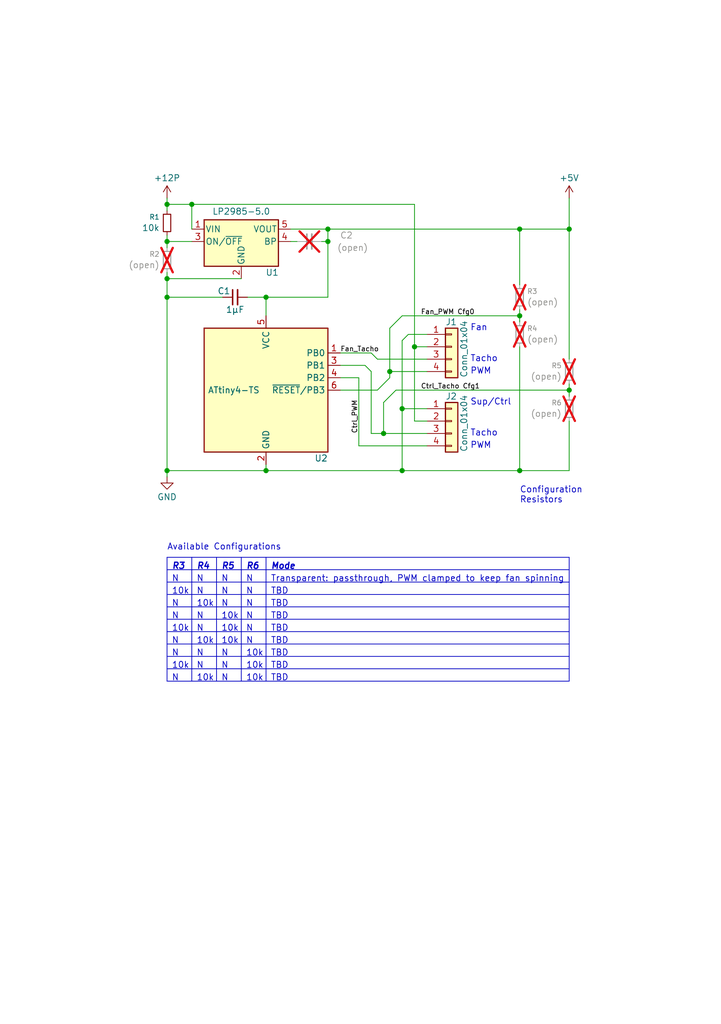
<source format=kicad_sch>
(kicad_sch (version 20250114) (generator "eeschema") (generator_version "9.0")
  (paper "A5" portrait)
  (title_block (title "fan nonzero PWM controller") (date "2025-12-24") (rev "v0.25z0") (company "datenwolf"))
  (lib_symbols
    (symbol "Connector_Generic:Conn_01x04" (pin_names (offset 1.016) (hide yes))
      (property "Reference" "J" (at 0 5.08 0))
      (property "Value" "Conn_01x04" (at 0 -7.62 0))
      (symbol "Conn_01x04_1_1"
        (rectangle (start -1.27 3.81) (end 1.27 -6.35) (stroke (width 0.254)) (fill (type background)))
        (rectangle (start -1.27 2.667) (end 0 2.413) (stroke (width 0.1524)))
        (rectangle (start -1.27 0.127) (end 0 -0.127) (stroke (width 0.1524)))
        (rectangle (start -1.27 -2.413) (end 0 -2.667) (stroke (width 0.1524)))
        (rectangle (start -1.27 -4.953) (end 0 -5.207) (stroke (width 0.1524)))
        (pin passive line (at -5.08 2.54 0) (length 3.81) (name "Pin_1") (number "1"))
        (pin passive line (at -5.08 0 0) (length 3.81) (name "Pin_2") (number "2"))
        (pin passive line (at -5.08 -2.54 0) (length 3.81) (name "Pin_3") (number "3"))
        (pin passive line (at -5.08 -5.08 0) (length 3.81) (name "Pin_4") (number "4"))
      )
    )
    (symbol "Device:C_Small" (pin_numbers (hide yes)) (pin_names (offset 0.254) (hide yes))
      (property "Reference" "C" (at 0.254 1.778 0))
      (property "Value" "C_Small" (at 0.254 -2.032 0))
      (symbol "C_Small_0_1"
        (polyline (pts (xy -1.524 0.508) (xy 1.524 0.508)) (stroke (width 0.3048)))
        (polyline (pts (xy -1.524 -0.508) (xy 1.524 -0.508)) (stroke (width 0.3302)))
      )
      (symbol "C_Small_1_1"
        (pin passive line (at 0 2.54 270) (length 2.032) (name "~") (number "1"))
        (pin passive line (at 0 -2.54 90) (length 2.032) (name "~") (number "2"))
      )
    )
    (symbol "Device:R_Small" (pin_numbers (hide yes)) (pin_names (offset 0.254) (hide yes))
      (property "Reference" "R" (at 0 0 90))
      (property "Value" "R_Small" (at 1.778 0 90))
      (symbol "R_Small_0_1"
        (rectangle (start -0.762 1.778) (end 0.762 -1.778) (stroke (width 0.2032)))
      )
      (symbol "R_Small_1_1"
        (pin passive line (at 0 2.54 270) (length 0.762) (name "~") (number "1"))
        (pin passive line (at 0 -2.54 90) (length 0.762) (name "~") (number "2"))
      )
    )
    (symbol "MCU_Microchip_ATtiny:ATtiny4-TS"
      (property "Reference" "U" (at -12.7 13.97 0))
      (property "Value" "ATtiny4-TS" (at 2.54 -13.97 0))
      (symbol "ATtiny4-TS_0_1"
        (rectangle (start -12.7 -12.7) (end 12.7 12.7) (stroke (width 0.254)) (fill (type background)))
      )
      (symbol "ATtiny4-TS_1_1"
        (pin power_in line (at 0 15.24 270) (length 2.54) (name "VCC") (number "5"))
        (pin power_in line (at 0 -15.24 90) (length 2.54) (name "GND") (number "2"))
        (pin bidirectional line (at 15.24 7.62 180) (length 2.54) (name "PB0") (number "1"))
        (pin bidirectional line (at 15.24 5.08 180) (length 2.54) (name "PB1") (number "3"))
        (pin bidirectional line (at 15.24 2.54 180) (length 2.54) (name "PB2") (number "4"))
        (pin bidirectional line (at 15.24 0 180) (length 2.54) (name "~{RESET}/PB3") (number "6"))
      )
    )
    (symbol "Regulator_Linear:LP2985-5.0" (pin_names (offset 0.254))
      (property "Reference" "U" (at -6.35 5.715 0))
      (property "Value" "LP2985-5.0" (at 0 5.715 0))
      (symbol "LP2985-5.0_0_1"
        (rectangle (start -7.62 -5.08) (end 7.62 4.445) (stroke (width 0.254)) (fill (type background)))
      )
      (symbol "LP2985-5.0_1_1"
        (pin power_in line (at -10.16 2.54 0) (length 2.54) (name "VIN") (number "1"))
        (pin input line (at -10.16 0 0) (length 2.54) (name "ON/~{OFF}") (number "3"))
        (pin power_in line (at 0 -7.62 90) (length 2.54) (name "GND") (number "2"))
        (pin power_out line (at 10.16 2.54 180) (length 2.54) (name "VOUT") (number "5"))
        (pin input line (at 10.16 0 180) (length 2.54) (name "BP") (number "4"))
      )
    )
    (symbol "power:+12P" (power) (pin_numbers (hide yes)) (pin_names (offset 0) (hide yes))
      (property "Value" "+12P" (at 0 3.556 0))
      (symbol "+12P_0_1"
        (polyline (pts (xy -0.762 1.27) (xy 0 2.54)))
        (polyline (pts (xy 0 2.54) (xy 0.762 1.27)))
        (polyline (pts (xy 0 0) (xy 0 2.54)))
      )
      (symbol "+12P_1_1"
        (pin power_in line (at 0 0 90) (length 0) (name "~") (number "1"))
      )
    )
    (symbol "power:+5V" (power) (pin_numbers (hide yes)) (pin_names (offset 0) (hide yes))
      (property "Value" "+5V" (at 0 3.556 0))
      (symbol "+5V_0_1"
        (polyline (pts (xy -0.762 1.27) (xy 0 2.54)))
        (polyline (pts (xy 0 2.54) (xy 0.762 1.27)))
        (polyline (pts (xy 0 0) (xy 0 2.54)))
      )
      (symbol "+5V_1_1"
        (pin power_in line (at 0 0 90) (length 0) (name "~") (number "1"))
      )
    )
    (symbol "power:GND" (power) (pin_numbers (hide yes)) (pin_names (offset 0) (hide yes))
      (property "Value" "GND" (at 0 -3.81 0))
      (symbol "GND_0_1"
        (polyline (pts (xy 0 0) (xy 0 -1.27) (xy 1.27 -1.27) (xy 0 -2.54) (xy -1.27 -1.27) (xy 0 -1.27)))
      )
      (symbol "GND_1_1"
        (pin power_in line (at 0 0 270) (length 0) (name "~") (number "1"))
      )
    )
  )
  (text "Sup/Ctrl" (at 96.52 82.55 0) (effects (font (size 1.27 1.27)) (justify left)))
  (text "Fan" (at 96.52 67.31 0) (effects (font (size 1.27 1.27)) (justify left)))
  (text "Tacho" (at 96.52 73.66 0) (effects (font (size 1.27 1.27)) (justify left)))
  (text "Configuration\nResistors" (at 106.68 101.6 0) (effects (font (size 1.27 1.27)) (justify left)))
  (text "PWM" (at 96.52 76.2 0) (effects (font (size 1.27 1.27)) (justify left)))
  (text "Available Configurations" (at 34.29 113.03 0) (effects (font (size 1.27 1.27)) (justify left bottom)))
  (text "Tacho" (at 96.52 88.9 0) (effects (font (size 1.27 1.27)) (justify left)))
  (text "PWM" (at 96.52 91.44 0) (effects (font (size 1.27 1.27)) (justify left)))
  (junction (at 54.61 60.96))
  (junction (at 116.84 46.99))
  (junction (at 54.61 96.52))
  (junction (at 116.84 80.01))
  (junction (at 34.29 49.53))
  (junction (at 34.29 57.15))
  (junction (at 106.68 46.99))
  (junction (at 34.29 41.91))
  (junction (at 34.29 60.96))
  (junction (at 78.74 88.9))
  (junction (at 106.68 96.52))
  (junction (at 67.31 46.99))
  (junction (at 67.31 49.53))
  (junction (at 80.01 76.2))
  (junction (at 85.09 71.12))
  (junction (at 106.68 64.77))
  (junction (at 82.55 96.52))
  (junction (at 82.55 83.82))
  (junction (at 34.29 96.52))
  (junction (at 39.37 41.91))
  (wire (pts (xy 78.74 88.9) (xy 87.63 88.9)))
  (wire (pts (xy 80.01 67.31) (xy 82.55 64.77)))
  (wire (pts (xy 85.09 41.91) (xy 85.09 71.12)))
  (wire (pts (xy 54.61 96.52) (xy 54.61 95.25)))
  (wire (pts (xy 78.74 82.55) (xy 81.28 80.01)))
  (wire (pts (xy 106.68 46.99) (xy 106.68 58.42)))
  (wire (pts (xy 34.29 96.52) (xy 54.61 96.52)))
  (wire (pts (xy 76.2 88.9) (xy 78.74 88.9)))
  (wire (pts (xy 116.84 40.64) (xy 116.84 46.99)))
  (wire (pts (xy 73.66 77.47) (xy 73.66 91.44)))
  (wire (pts (xy 39.37 41.91) (xy 85.09 41.91)))
  (wire (pts (xy 54.61 96.52) (xy 82.55 96.52)))
  (wire (pts (xy 69.85 77.47) (xy 73.66 77.47)))
  (wire (pts (xy 39.37 41.91) (xy 39.37 46.99)))
  (wire (pts (xy 106.68 96.52) (xy 116.84 96.52)))
  (wire (pts (xy 50.8 60.96) (xy 54.61 60.96)))
  (wire (pts (xy 82.55 83.82) (xy 82.55 96.52)))
  (wire (pts (xy 67.31 46.99) (xy 106.68 46.99)))
  (wire (pts (xy 82.55 69.85) (xy 83.82 68.58)))
  (wire (pts (xy 34.29 60.96) (xy 45.72 60.96)))
  (wire (pts (xy 85.09 71.12) (xy 87.63 71.12)))
  (wire (pts (xy 54.61 60.96) (xy 67.31 60.96)))
  (wire (pts (xy 116.84 86.36) (xy 116.84 96.52)))
  (wire (pts (xy 34.29 55.88) (xy 34.29 57.15)))
  (wire (pts (xy 82.55 69.85) (xy 82.55 83.82)))
  (wire (pts (xy 77.47 73.66) (xy 87.63 73.66)))
  (wire (pts (xy 67.31 49.53) (xy 67.31 60.96)))
  (wire (pts (xy 106.68 46.99) (xy 116.84 46.99)))
  (wire (pts (xy 116.84 80.01) (xy 116.84 81.28)))
  (wire (pts (xy 76.2 76.2) (xy 74.93 74.93)))
  (wire (pts (xy 85.09 86.36) (xy 87.63 86.36)))
  (wire (pts (xy 106.68 71.12) (xy 106.68 96.52)))
  (wire (pts (xy 82.55 64.77) (xy 106.68 64.77)))
  (wire (pts (xy 34.29 48.26) (xy 34.29 49.53)))
  (wire (pts (xy 34.29 40.64) (xy 34.29 41.91)))
  (wire (pts (xy 34.29 96.52) (xy 34.29 97.79)))
  (wire (pts (xy 34.29 60.96) (xy 34.29 96.52)))
  (wire (pts (xy 69.85 74.93) (xy 74.93 74.93)))
  (wire (pts (xy 34.29 49.53) (xy 39.37 49.53)))
  (wire (pts (xy 67.31 46.99) (xy 67.31 49.53)))
  (wire (pts (xy 34.29 50.8) (xy 34.29 49.53)))
  (wire (pts (xy 116.84 46.99) (xy 116.84 73.66)))
  (wire (pts (xy 76.2 72.39) (xy 77.47 73.66)))
  (wire (pts (xy 82.55 96.52) (xy 106.68 96.52)))
  (wire (pts (xy 80.01 67.31) (xy 80.01 76.2)))
  (wire (pts (xy 34.29 57.15) (xy 34.29 60.96)))
  (wire (pts (xy 106.68 64.77) (xy 106.68 66.04)))
  (wire (pts (xy 59.69 49.53) (xy 60.96 49.53)))
  (wire (pts (xy 116.84 80.01) (xy 81.28 80.01)))
  (wire (pts (xy 59.69 46.99) (xy 67.31 46.99)))
  (wire (pts (xy 54.61 60.96) (xy 54.61 64.77)))
  (wire (pts (xy 80.01 76.2) (xy 87.63 76.2)))
  (wire (pts (xy 34.29 57.15) (xy 49.53 57.15)))
  (wire (pts (xy 76.2 72.39) (xy 69.85 72.39)))
  (wire (pts (xy 73.66 91.44) (xy 87.63 91.44)))
  (wire (pts (xy 116.84 78.74) (xy 116.84 80.01)))
  (wire (pts (xy 80.01 76.2) (xy 80.01 77.47)))
  (wire (pts (xy 69.85 80.01) (xy 77.47 80.01)))
  (wire (pts (xy 77.47 80.01) (xy 80.01 77.47)))
  (wire (pts (xy 85.09 71.12) (xy 85.09 86.36)))
  (wire (pts (xy 66.04 49.53) (xy 67.31 49.53)))
  (wire (pts (xy 34.29 41.91) (xy 34.29 43.18)))
  (wire (pts (xy 106.68 63.5) (xy 106.68 64.77)))
  (wire (pts (xy 82.55 83.82) (xy 87.63 83.82)))
  (wire (pts (xy 76.2 76.2) (xy 76.2 88.9)))
  (wire (pts (xy 78.74 82.55) (xy 78.74 88.9)))
  (wire (pts (xy 34.29 41.91) (xy 39.37 41.91)))
  (wire (pts (xy 83.82 68.58) (xy 87.63 68.58)))
  (table (column_count 5) (border (external yes) (header yes)) (separators (rows yes) (cols yes)) (column_widths 5.08 5.08 5.08 5.08 62.23) (row_heights 2.54 2.54 2.54 2.54 2.54 2.54 2.54 2.54 2.54 2.54) (cells (table_cell "R3" (at 34.29 114.3 0) (size 5.08 2.54) (margins 0.9525 0.9525 0.9525 0.9525) (span 1 1)) (table_cell "R4" (at 39.37 114.3 0) (size 5.08 2.54) (margins 0.9525 0.9525 0.9525 0.9525) (span 1 1)) (table_cell "R5" (at 44.45 114.3 0) (size 5.08 2.54) (margins 0.9525 0.9525 0.9525 0.9525) (span 1 1)) (table_cell "R6" (at 49.53 114.3 0) (size 5.08 2.54) (margins 0.9525 0.9525 0.9525 0.9525) (span 1 1)) (table_cell "Mode" (at 54.61 114.3 0) (size 62.23 2.54) (margins 0.9525 0.9525 0.9525 0.9525) (span 1 1)) (table_cell "N" (at 34.29 116.84 0) (size 5.08 2.54) (margins 0.9525 0.9525 0.9525 0.9525) (span 1 1)) (table_cell "N" (at 39.37 116.84 0) (size 5.08 2.54) (margins 0.9525 0.9525 0.9525 0.9525) (span 1 1)) (table_cell "N" (at 44.45 116.84 0) (size 5.08 2.54) (margins 0.9525 0.9525 0.9525 0.9525) (span 1 1)) (table_cell "N" (at 49.53 116.84 0) (size 5.08 2.54) (margins 0.9525 0.9525 0.9525 0.9525) (span 1 1)) (table_cell "Transparent: passthrough, PWM clamped to keep fan spinning" (at 54.61 116.84 0) (size 62.23 2.54) (margins 0.9525 0.9525 0.9525 0.9525) (span 1 1)) (table_cell "10k" (at 34.29 119.38 0) (size 5.08 2.54) (margins 0.9525 0.9525 0.9525 0.9525) (span 1 1)) (table_cell "N" (at 39.37 119.38 0) (size 5.08 2.54) (margins 0.9525 0.9525 0.9525 0.9525) (span 1 1)) (table_cell "N" (at 44.45 119.38 0) (size 5.08 2.54) (margins 0.9525 0.9525 0.9525 0.9525) (span 1 1)) (table_cell "N" (at 49.53 119.38 0) (size 5.08 2.54) (margins 0.9525 0.9525 0.9525 0.9525) (span 1 1)) (table_cell "TBD" (at 54.61 119.38 0) (size 62.23 2.54) (margins 0.9525 0.9525 0.9525 0.9525) (span 1 1)) (table_cell "N" (at 34.29 121.92 0) (size 5.08 2.54) (margins 0.9525 0.9525 0.9525 0.9525) (span 1 1)) (table_cell "10k" (at 39.37 121.92 0) (size 5.08 2.54) (margins 0.9525 0.9525 0.9525 0.9525) (span 1 1)) (table_cell "N" (at 44.45 121.92 0) (size 5.08 2.54) (margins 0.9525 0.9525 0.9525 0.9525) (span 1 1)) (table_cell "N" (at 49.53 121.92 0) (size 5.08 2.54) (margins 0.9525 0.9525 0.9525 0.9525) (span 1 1)) (table_cell "TBD" (at 54.61 121.92 0) (size 62.23 2.54) (margins 0.9525 0.9525 0.9525 0.9525) (span 1 1)) (table_cell "N" (at 34.29 124.46 0) (size 5.08 2.54) (margins 0.9525 0.9525 0.9525 0.9525) (span 1 1)) (table_cell "N" (at 39.37 124.46 0) (size 5.08 2.54) (margins 0.9525 0.9525 0.9525 0.9525) (span 1 1)) (table_cell "10k" (at 44.45 124.46 0) (size 5.08 2.54) (margins 0.9525 0.9525 0.9525 0.9525) (span 1 1)) (table_cell "N" (at 49.53 124.46 0) (size 5.08 2.54) (margins 0.9525 0.9525 0.9525 0.9525) (span 1 1)) (table_cell "TBD" (at 54.61 124.46 0) (size 62.23 2.54) (margins 0.9525 0.9525 0.9525 0.9525) (span 1 1)) (table_cell "10k" (at 34.29 127 0) (size 5.08 2.54) (margins 0.9525 0.9525 0.9525 0.9525) (span 1 1)) (table_cell "N" (at 39.37 127 0) (size 5.08 2.54) (margins 0.9525 0.9525 0.9525 0.9525) (span 1 1)) (table_cell "10k" (at 44.45 127 0) (size 5.08 2.54) (margins 0.9525 0.9525 0.9525 0.9525) (span 1 1)) (table_cell "N" (at 49.53 127 0) (size 5.08 2.54) (margins 0.9525 0.9525 0.9525 0.9525) (span 1 1)) (table_cell "TBD" (at 54.61 127 0) (size 62.23 2.54) (margins 0.9525 0.9525 0.9525 0.9525) (span 1 1)) (table_cell "N" (at 34.29 129.54 0) (size 5.08 2.54) (margins 0.9525 0.9525 0.9525 0.9525) (span 1 1)) (table_cell "10k" (at 39.37 129.54 0) (size 5.08 2.54) (margins 0.9525 0.9525 0.9525 0.9525) (span 1 1)) (table_cell "10k" (at 44.45 129.54 0) (size 5.08 2.54) (margins 0.9525 0.9525 0.9525 0.9525) (span 1 1)) (table_cell "N" (at 49.53 129.54 0) (size 5.08 2.54) (margins 0.9525 0.9525 0.9525 0.9525) (span 1 1)) (table_cell "TBD" (at 54.61 129.54 0) (size 62.23 2.54) (margins 0.9525 0.9525 0.9525 0.9525) (span 1 1)) (table_cell "N" (at 34.29 132.08 0) (size 5.08 2.54) (margins 0.9525 0.9525 0.9525 0.9525) (span 1 1)) (table_cell "N" (at 39.37 132.08 0) (size 5.08 2.54) (margins 0.9525 0.9525 0.9525 0.9525) (span 1 1)) (table_cell "N" (at 44.45 132.08 0) (size 5.08 2.54) (margins 0.9525 0.9525 0.9525 0.9525) (span 1 1)) (table_cell "10k" (at 49.53 132.08 0) (size 5.08 2.54) (margins 0.9525 0.9525 0.9525 0.9525) (span 1 1)) (table_cell "TBD" (at 54.61 132.08 0) (size 62.23 2.54) (margins 0.9525 0.9525 0.9525 0.9525) (span 1 1)) (table_cell "10k" (at 34.29 134.62 0) (size 5.08 2.54) (margins 0.9525 0.9525 0.9525 0.9525) (span 1 1)) (table_cell "N" (at 39.37 134.62 0) (size 5.08 2.54) (margins 0.9525 0.9525 0.9525 0.9525) (span 1 1)) (table_cell "N" (at 44.45 134.62 0) (size 5.08 2.54) (margins 0.9525 0.9525 0.9525 0.9525) (span 1 1)) (table_cell "10k" (at 49.53 134.62 0) (size 5.08 2.54) (margins 0.9525 0.9525 0.9525 0.9525) (span 1 1)) (table_cell "TBD" (at 54.61 134.62 0) (size 62.23 2.54) (margins 0.9525 0.9525 0.9525 0.9525) (span 1 1)) (table_cell "N" (at 34.29 137.16 0) (size 5.08 2.54) (margins 0.9525 0.9525 0.9525 0.9525) (span 1 1)) (table_cell "10k" (at 39.37 137.16 0) (size 5.08 2.54) (margins 0.9525 0.9525 0.9525 0.9525) (span 1 1)) (table_cell "N" (at 44.45 137.16 0) (size 5.08 2.54) (margins 0.9525 0.9525 0.9525 0.9525) (span 1 1)) (table_cell "10k" (at 49.53 137.16 0) (size 5.08 2.54) (margins 0.9525 0.9525 0.9525 0.9525) (span 1 1)) (table_cell "TBD" (at 54.61 137.16 0) (size 62.23 2.54) (margins 0.9525 0.9525 0.9525 0.9525) (span 1 1))))
  (label "Fan_Tacho" (at 69.85 72.39 0) (effects (font (size 1 1))))
  (label "Ctrl_Tacho Cfg1" (at 86.36 80.01 0) (effects (font (size 1 1))))
  (label "Ctrl_PWM" (at 73.66 88.9 90) (effects (font (size 1 1))))
  (label "Fan_PWM Cfg0" (at 86.36 64.77 0) (effects (font (size 1 1))))
  (symbol (lib_id "power:+5V") (at 116.84 40.64 0) (unit 1)
    (property "Reference" "#PWR03" (effects (hide yes)))
    (property "Value" "+5V" (at 116.84 36.5069 0))
    (property "Description" "Power symbol creates a global label with name \"+5V\"" (effects (hide yes)))
  )
  (symbol (lib_id "Device:C_Small") (at 63.5 49.53 90) (unit 1) (dnp yes)
    (property "Reference" "C2" (at 71.12 48.26 90))
    (property "Value" "(open)" (at 72.39 50.8 90))
    (property "Footprint" "Capacitor_SMD:C_0805_2012Metric" (effects (hide yes)))
    (property "Description" "Unpolarized capacitor, small symbol" (effects (hide yes)))
  )
  (symbol (lib_id "power:GND") (at 34.29 97.79 0) (unit 1)
    (property "Reference" "#PWR02" (effects (hide yes)))
    (property "Value" "GND" (at 34.29 101.9231 0))
    (property "Description" "Power symbol creates a global label with name \"GND\" , ground" (effects (hide yes)))
  )
  (symbol (lib_id "Device:R_Small") (at 34.29 53.34 0) (unit 1) (dnp yes)
    (property "Reference" "R2" (at 32.7914 52.1278 0) (effects (font (size 1.016 1.016)) (justify right)))
    (property "Value" "(open)" (at 32.7914 54.3477 0) (effects (justify right)))
    (property "Footprint" "Resistor_SMD:R_0805_2012Metric" (effects (hide yes)))
    (property "Description" "Resistor, small symbol" (effects (hide yes)))
  )
  (symbol (lib_id "Device:R_Small") (at 116.84 76.2 0) (unit 1) (dnp yes)
    (property "Reference" "R5" (at 115.3414 74.9878 0) (effects (font (size 1.016 1.016)) (justify right)))
    (property "Value" "(open)" (at 115.3414 77.2077 0) (effects (justify right)))
    (property "Footprint" "Resistor_SMD:R_0805_2012Metric" (effects (hide yes)))
    (property "Description" "Resistor, small symbol" (effects (hide yes)))
  )
  (symbol (lib_id "power:+12P") (at 34.29 40.64 0) (unit 1)
    (property "Reference" "#PWR01" (effects (hide yes)))
    (property "Value" "+12P" (at 34.29 36.5069 0))
    (property "Description" "Power symbol creates a global label with name \"+12P\"" (effects (hide yes)))
  )
  (symbol (lib_id "Regulator_Linear:LP2985-5.0") (at 49.53 49.53 0) (unit 1)
    (property "Reference" "U1" (at 55.88 55.88 0))
    (property "Value" "LP2985-5.0" (at 49.53 43.3648 0))
    (property "Footprint" "Package_TO_SOT_SMD:SOT-23-5" (effects (hide yes)))
    (property "Datasheet" "http://www.ti.com/lit/ds/symlink/lp2985.pdf" (effects (hide yes)))
    (property "Description" "150mA 16V Low-noise Low-dropout Regulator With Shutdown, 5.0V output voltage, SOT-23-5" (effects (hide yes)))
  )
  (symbol (lib_id "Device:R_Small") (at 116.84 83.82 0) (unit 1) (dnp yes)
    (property "Reference" "R6" (at 115.3414 82.6078 0) (effects (font (size 1.016 1.016)) (justify right)))
    (property "Value" "(open)" (at 115.3414 84.8277 0) (effects (justify right)))
    (property "Footprint" "Resistor_SMD:R_0805_2012Metric" (effects (hide yes)))
    (property "Description" "Resistor, small symbol" (effects (hide yes)))
  )
  (symbol (lib_id "Device:R_Small") (at 34.29 45.72 0) (unit 1)
    (property "Reference" "R1" (at 32.7914 44.5078 0) (effects (font (size 1.016 1.016)) (justify right)))
    (property "Value" "10k" (at 32.7914 46.7277 0) (effects (justify right)))
    (property "Footprint" "Resistor_SMD:R_0805_2012Metric" (effects (hide yes)))
    (property "Description" "Resistor, small symbol" (effects (hide yes)))
  )
  (symbol (lib_id "Device:R_Small") (at 106.68 60.96 0) (mirror y) (unit 1) (dnp yes)
    (property "Reference" "R3" (at 108.1786 59.7478 0) (effects (font (size 1.016 1.016)) (justify right)))
    (property "Value" "(open)" (at 108.1786 61.9677 0) (effects (justify right)))
    (property "Footprint" "Resistor_SMD:R_0805_2012Metric" (effects (hide yes)))
    (property "Description" "Resistor, small symbol" (effects (hide yes)))
  )
  (symbol (lib_id "MCU_Microchip_ATtiny:ATtiny4-TS") (at 54.61 80.01 0) (unit 1)
    (property "Reference" "U2" (at 67.31 93.98 0) (effects (justify right)))
    (property "Value" "ATtiny4-TS" (at 53.34 80.01 0) (effects (justify right)))
    (property "Footprint" "Package_TO_SOT_SMD:SOT-23-6" (effects (hide yes)))
    (property "Datasheet" "http://ww1.microchip.com/downloads/en/DeviceDoc/Atmel-8127-AVR-8-bit-Microcontroller-ATtiny4-ATtiny5-ATtiny9-ATtiny10_Datasheet.pdf" (effects (hide yes)))
    (property "Description" "12MHz, 512B Flash, 32B SRAM, No EEPROM, SOT-23-6" (effects (hide yes)))
  )
  (symbol (lib_id "Device:C_Small") (at 48.26 60.96 90) (unit 1)
    (property "Reference" "C1" (at 45.974 59.69 90))
    (property "Value" "1µF" (at 48.26 63.5 90))
    (property "Footprint" "Capacitor_SMD:C_0805_2012Metric" (effects (hide yes)))
    (property "Description" "Unpolarized capacitor, small symbol" (effects (hide yes)))
  )
  (symbol (lib_id "Device:R_Small") (at 106.68 68.58 0) (mirror y) (unit 1) (dnp yes)
    (property "Reference" "R4" (at 108.1786 67.3678 0) (effects (font (size 1.016 1.016)) (justify right)))
    (property "Value" "(open)" (at 108.1786 69.5877 0) (effects (justify right)))
    (property "Footprint" "Resistor_SMD:R_0805_2012Metric" (effects (hide yes)))
    (property "Description" "Resistor, small symbol" (effects (hide yes)))
  )
  (symbol (lib_id "Connector_Generic:Conn_01x04") (at 92.71 86.36 0) (unit 1)
    (property "Reference" "J2" (at 91.44 81.28 0) (effects (justify left)))
    (property "Value" "Conn_01x04" (at 95.25 92.71 90) (effects (justify left)))
    (property "Footprint" "Connector_JST:JST_ZH_B4B-ZR_1x04_P1.50mm_Vertical" (effects (hide yes)))
    (property "Description" "Generic connector, single row, 01x04, script generated (kicad-library-utils/schlib/autogen/connector/)" (effects (hide yes)))
  )
  (symbol (lib_id "Connector_Generic:Conn_01x04") (at 92.71 71.12 0) (unit 1)
    (property "Reference" "J1" (at 91.44 66.04 0) (effects (justify left)))
    (property "Value" "Conn_01x04" (at 95.25 77.47 90) (effects (justify left)))
    (property "Footprint" "Connector_JST:JST_ZH_B4B-ZR_1x04_P1.50mm_Vertical" (effects (hide yes)))
    (property "Description" "Generic connector, single row, 01x04, script generated (kicad-library-utils/schlib/autogen/connector/)" (effects (hide yes)))
  )
)
</source>
